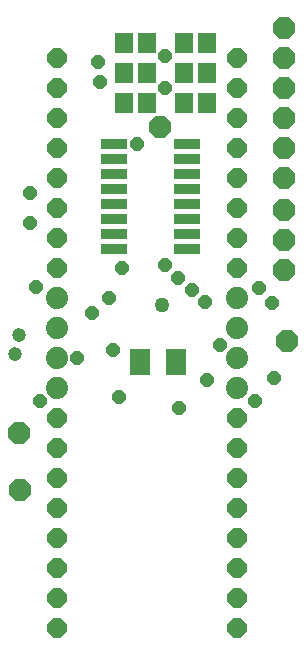
<source format=gbr>
G04 EAGLE Gerber RS-274X export*
G75*
%MOMM*%
%FSLAX34Y34*%
%LPD*%
%INSoldermask Bottom*%
%IPPOS*%
%AMOC8*
5,1,8,0,0,1.08239X$1,22.5*%
G01*
%ADD10R,1.703200X2.203200*%
%ADD11P,2.006968X8X22.500000*%
%ADD12P,1.787026X8X202.500000*%
%ADD13C,1.879600*%
%ADD14R,2.235200X0.863600*%
%ADD15R,1.503200X1.803200*%
%ADD16P,2.034460X8X22.500000*%
%ADD17P,2.034460X8X202.500000*%
%ADD18P,1.292157X8X22.500000*%
%ADD19C,1.270000*%
%ADD20C,1.193800*%


D10*
X151525Y263525D03*
X121525Y263525D03*
D11*
X19050Y203200D03*
X19475Y155250D03*
X138113Y461963D03*
X246063Y280988D03*
D12*
X203200Y38100D03*
X203200Y63500D03*
X203200Y190500D03*
X203200Y215900D03*
X203200Y88900D03*
X203200Y114300D03*
X203200Y165100D03*
X203200Y139700D03*
X203200Y342900D03*
X203200Y368300D03*
X203200Y393700D03*
X203200Y419100D03*
X203200Y444500D03*
X203200Y469900D03*
X203200Y495300D03*
X203200Y520700D03*
X50800Y520700D03*
X50800Y495300D03*
X50800Y469900D03*
X50800Y444500D03*
X50800Y419100D03*
X50800Y393700D03*
X50800Y368300D03*
X50800Y342900D03*
X50800Y215900D03*
X50800Y190500D03*
X50800Y165100D03*
X50800Y139700D03*
X50800Y114300D03*
X50800Y88900D03*
X50800Y63500D03*
X50800Y38100D03*
D13*
X50800Y241300D03*
X50800Y266700D03*
X50800Y292100D03*
X50800Y317500D03*
X203200Y241300D03*
X203200Y266700D03*
X203200Y292100D03*
X203200Y317500D03*
D14*
X99441Y358775D03*
X160909Y358775D03*
X99441Y371475D03*
X99441Y384175D03*
X160909Y371475D03*
X160909Y384175D03*
X99441Y396875D03*
X160909Y396875D03*
X99441Y409575D03*
X160909Y409575D03*
X99441Y422275D03*
X99441Y434975D03*
X160909Y422275D03*
X160909Y434975D03*
X99441Y447675D03*
X160909Y447675D03*
D15*
X107975Y482600D03*
X126975Y482600D03*
X107975Y508000D03*
X126975Y508000D03*
X107975Y533400D03*
X126975Y533400D03*
X177775Y533400D03*
X158775Y533400D03*
X177775Y508000D03*
X158775Y508000D03*
X177775Y482600D03*
X158775Y482600D03*
D16*
X242888Y546100D03*
X242888Y520700D03*
X242888Y495300D03*
X242888Y469900D03*
X242888Y444500D03*
X242888Y419100D03*
D17*
X242888Y341313D03*
X242888Y366713D03*
X242888Y392113D03*
D18*
X68263Y266700D03*
X80963Y304292D03*
X153480Y334455D03*
X106109Y342900D03*
X103188Y233363D03*
X177800Y247650D03*
X154242Y223838D03*
X188913Y277813D03*
X119063Y447675D03*
X98425Y273050D03*
D19*
X139700Y311150D03*
D18*
X176213Y314325D03*
X233363Y312738D03*
X219075Y230188D03*
X234950Y249238D03*
X95250Y317500D03*
X222250Y325438D03*
X142367Y345567D03*
X33338Y327025D03*
D20*
X19050Y285750D03*
X15875Y269875D03*
D18*
X36513Y230188D03*
X28575Y381000D03*
X87313Y500063D03*
X85725Y517525D03*
X28575Y406400D03*
X142875Y522288D03*
X142875Y495300D03*
X165100Y323850D03*
M02*

</source>
